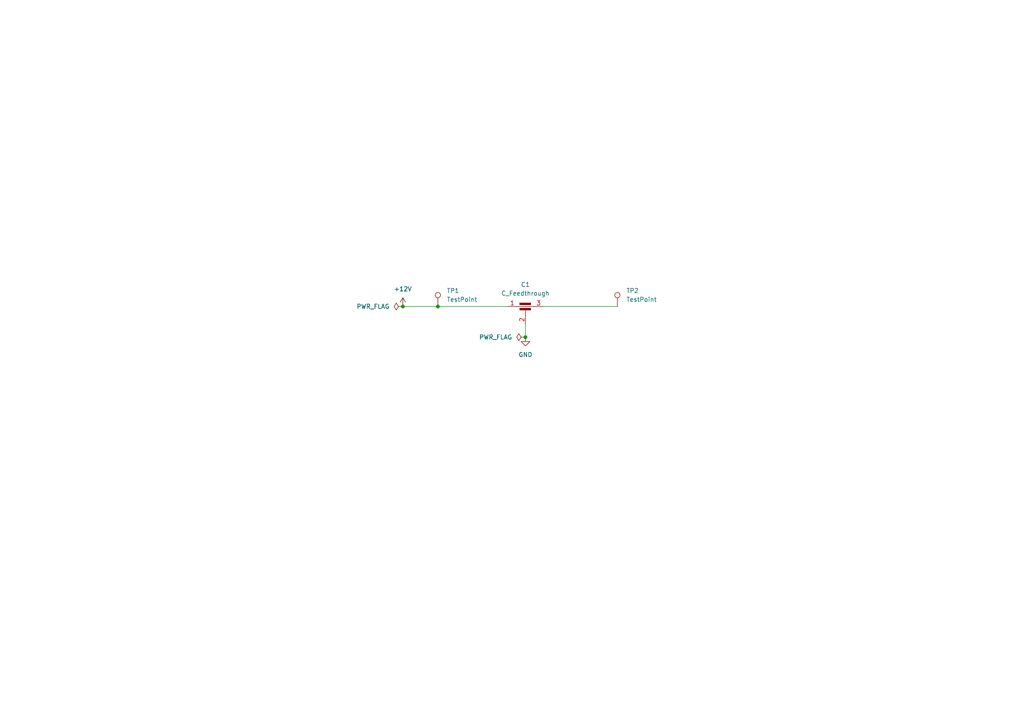
<source format=kicad_sch>
(kicad_sch (version 20250114) (generator "eeschema") (generator_version "9.0")
  (paper "A4")
  (lib_symbols
    (symbol "Connector:TestPoint" (pin_numbers (hide yes)) (pin_names (offset 0.762) (hide yes))
      (property "Reference" "TP" (at 0 6.858 0))
      (property "Value" "TestPoint" (at 0 5.08 0))
      (symbol "TestPoint_0_1"
        (circle (center 0 3.302) (radius 0.762))
      )
      (symbol "TestPoint_1_1"
        (pin passive line (at 0 0 90) (length 2.54) (name "1") (number "1"))
      )
    )
    (symbol "Device:C_Feedthrough" (pin_names (offset 0.254) (hide yes))
      (property "Reference" "C" (at 0 7.62 0))
      (property "Value" "C_Feedthrough" (at 0 5.715 0))
      (symbol "C_Feedthrough_0_1"
        (polyline (pts (xy -2.54 2.54) (xy 2.54 2.54)))
        (rectangle (start -1.651 1.524) (end 1.524 2.032) (fill (type outline)))
        (polyline (pts (xy 0 0) (xy 0 1.778)))
        (rectangle (start 1.524 3.048) (end -1.651 3.556) (fill (type outline)))
      )
      (symbol "C_Feedthrough_1_1"
        (pin passive line (at -5.08 2.54 0) (length 2.54) (name "1") (number "1"))
        (pin passive line (at 0 -2.54 90) (length 2.54) (name "2") (number "2"))
        (pin passive line (at 5.08 2.54 180) (length 2.54) (name "3") (number "3"))
      )
    )
    (symbol "power:+12V" (power) (pin_numbers (hide yes)) (pin_names (offset 0) (hide yes))
      (property "Value" "+12V" (at 0 3.556 0))
      (symbol "+12V_0_1"
        (polyline (pts (xy -0.762 1.27) (xy 0 2.54)))
        (polyline (pts (xy 0 2.54) (xy 0.762 1.27)))
        (polyline (pts (xy 0 0) (xy 0 2.54)))
      )
      (symbol "+12V_1_1"
        (pin power_in line (at 0 0 90) (length 0) (name "~") (number "1"))
      )
    )
    (symbol "power:GND" (power) (pin_numbers (hide yes)) (pin_names (offset 0) (hide yes))
      (property "Value" "GND" (at 0 -3.81 0))
      (symbol "GND_0_1"
        (polyline (pts (xy 0 0) (xy 0 -1.27) (xy 1.27 -1.27) (xy 0 -2.54) (xy -1.27 -1.27) (xy 0 -1.27)))
      )
      (symbol "GND_1_1"
        (pin power_in line (at 0 0 270) (length 0) (name "~") (number "1"))
      )
    )
    (symbol "power:PWR_FLAG" (power) (pin_numbers (hide yes)) (pin_names (offset 0) (hide yes))
      (property "Value" "PWR_FLAG" (at 0 3.81 0))
      (symbol "PWR_FLAG_0_0"
        (pin power_out line (at 0 0 90) (length 0) (name "~") (number "1"))
      )
      (symbol "PWR_FLAG_0_1"
        (polyline (pts (xy 0 0) (xy 0 1.27) (xy -1.016 1.905) (xy 0 2.54) (xy 1.016 1.905) (xy 0 1.27)))
      )
    )
  )
  (junction (at 127 88.9))
  (junction (at 116.84 88.9))
  (junction (at 152.4 97.79))
  (wire (pts (xy 157.48 88.9) (xy 179.07 88.9)))
  (wire (pts (xy 116.84 88.9) (xy 127 88.9)))
  (wire (pts (xy 127 88.9) (xy 147.32 88.9)))
  (wire (pts (xy 152.4 93.98) (xy 152.4 97.79)))
  (symbol (lib_id "power:PWR_FLAG") (at 152.4 97.79 90) (unit 1)
    (property "Reference" "#FLG02" (effects (hide yes)))
    (property "Value" "PWR_FLAG" (at 148.59 97.7899 90) (effects (justify left)))
    (property "Description" "Special symbol for telling ERC where power comes from" (effects (hide yes)))
  )
  (symbol (lib_id "power:+12V") (at 116.84 88.9 0) (unit 1)
    (property "Reference" "#PWR01" (effects (hide yes)))
    (property "Value" "+12V" (at 116.84 83.82 0))
    (property "Description" "Power symbol creates a global label with name \"+12V\"" (effects (hide yes)))
  )
  (symbol (lib_id "power:PWR_FLAG") (at 116.84 88.9 90) (unit 1)
    (property "Reference" "#FLG01" (effects (hide yes)))
    (property "Value" "PWR_FLAG" (at 113.03 88.8999 90) (effects (justify left)))
    (property "Description" "Special symbol for telling ERC where power comes from" (effects (hide yes)))
  )
  (symbol (lib_id "power:GND") (at 152.4 97.79 0) (unit 1)
    (property "Reference" "#PWR02" (effects (hide yes)))
    (property "Value" "GND" (at 152.4 102.87 0))
    (property "Description" "Power symbol creates a global label with name \"GND\" , ground" (effects (hide yes)))
  )
  (symbol (lib_id "Connector:TestPoint") (at 127 88.9 0) (unit 1)
    (property "Reference" "TP1" (at 129.54 84.3279 0) (effects (justify left)))
    (property "Value" "TestPoint" (at 129.54 86.8679 0) (effects (justify left)))
    (property "Footprint" "000_LOCAL:TestPoint_Pad_D2.0mm" (effects (hide yes)))
    (property "Description" "test point" (effects (hide yes)))
  )
  (symbol (lib_id "Device:C_Feedthrough") (at 152.4 91.44 0) (unit 1)
    (property "Reference" "C1" (at 152.4 82.55 0))
    (property "Value" "C_Feedthrough" (at 152.4 85.09 0))
    (property "Footprint" "000_LOCAL:FIL_NFM18CC101R1C3D" (effects (hide yes)))
    (property "Datasheet" "datasheets/NFM18CC101R1C3-01.pdf" (effects (hide yes)))
    (property "Description" "Feedthrough capacitor" (effects (hide yes)))
  )
  (symbol (lib_id "Connector:TestPoint") (at 179.07 88.9 0) (unit 1)
    (property "Reference" "TP2" (at 181.61 84.3279 0) (effects (justify left)))
    (property "Value" "TestPoint" (at 181.61 86.8679 0) (effects (justify left)))
    (property "Footprint" "000_LOCAL:TestPoint_Pad_D2.0mm" (effects (hide yes)))
    (property "Description" "test point" (effects (hide yes)))
  )
)
</source>
